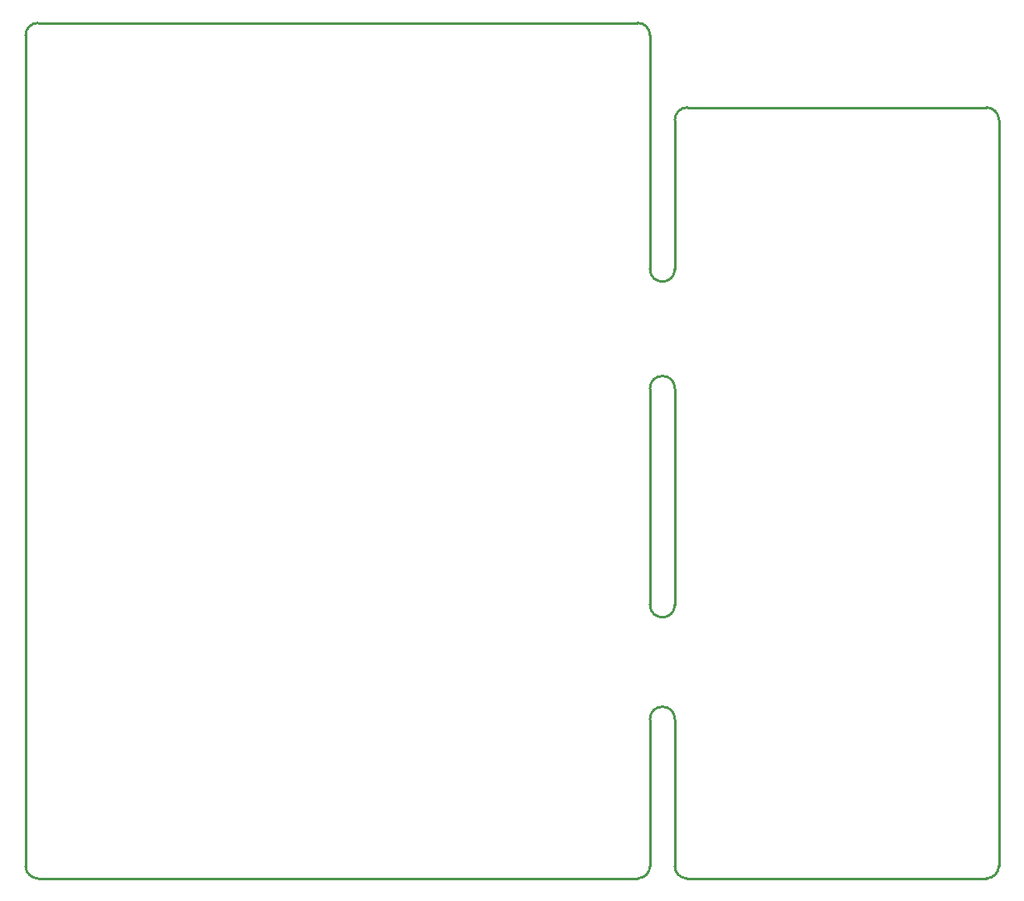
<source format=gbr>
%TF.GenerationSoftware,KiCad,Pcbnew,7.0.8*%
%TF.CreationDate,2023-12-05T21:31:03-08:00*%
%TF.ProjectId,Teradrive Mega CD Adapter,54657261-6472-4697-9665-204d65676120,1*%
%TF.SameCoordinates,Original*%
%TF.FileFunction,Profile,NP*%
%FSLAX46Y46*%
G04 Gerber Fmt 4.6, Leading zero omitted, Abs format (unit mm)*
G04 Created by KiCad (PCBNEW 7.0.8) date 2023-12-05 21:31:03*
%MOMM*%
%LPD*%
G01*
G04 APERTURE LIST*
%TA.AperFunction,Profile*%
%ADD10C,0.250000*%
%TD*%
%TA.AperFunction,Profile*%
%ADD11C,0.253000*%
%TD*%
%TA.AperFunction,Profile*%
%ADD12C,0.254000*%
%TD*%
G04 APERTURE END LIST*
D10*
X123190000Y-87376000D02*
G75*
G03*
X125730000Y-87376000I1270000J0D01*
G01*
D11*
X125730000Y-72136000D02*
X125730000Y-87376000D01*
D10*
X123190000Y-133350000D02*
X123190000Y-148374008D01*
X60680600Y-62230000D02*
G75*
G03*
X59436000Y-63483626I4500J-1249100D01*
G01*
X121958782Y-149606000D02*
G75*
G03*
X123190000Y-148374008I-382J1231600D01*
G01*
X149923500Y-149606000D02*
X126956591Y-149606000D01*
X125730000Y-133350000D02*
G75*
G03*
X123190000Y-133350000I-1270000J0D01*
G01*
X123190000Y-99568000D02*
X123190000Y-121666000D01*
X149923500Y-70866000D02*
X127000000Y-70866000D01*
X127000000Y-70866000D02*
G75*
G03*
X125730000Y-72136000I0J-1270000D01*
G01*
X59436001Y-148368465D02*
G75*
G03*
X60676179Y-149605999I1238899J1365D01*
G01*
X123190000Y-121666000D02*
G75*
G03*
X125730000Y-121666000I1270000J0D01*
G01*
X125730000Y-133350000D02*
X125730000Y-148379636D01*
X121958782Y-149606000D02*
X60676179Y-149606000D01*
X125730000Y-99568000D02*
X125730000Y-121666000D01*
X59436000Y-148368465D02*
X59436000Y-63483626D01*
X125730000Y-148379636D02*
G75*
G03*
X126956591Y-149606000I1226500J136D01*
G01*
D11*
X123190000Y-63483626D02*
X123190000Y-87376000D01*
D10*
X125730000Y-99568000D02*
G75*
G03*
X123190000Y-99568000I-1270000J0D01*
G01*
X123190000Y-63483626D02*
G75*
G03*
X121936374Y-62230000I-1253600J26D01*
G01*
X60680600Y-62230000D02*
X121936374Y-62230000D01*
D12*
%TO.C,J4*%
X149923500Y-149606000D02*
X157543500Y-149606000D01*
X158813500Y-148336000D02*
X158813500Y-72136000D01*
X157543500Y-70866000D02*
X149923500Y-70866000D01*
X157543500Y-149606000D02*
G75*
G03*
X158813500Y-148336000I1J1269999D01*
G01*
X158813500Y-72136000D02*
G75*
G03*
X157543500Y-70866000I-1270000J0D01*
G01*
%TD*%
M02*

</source>
